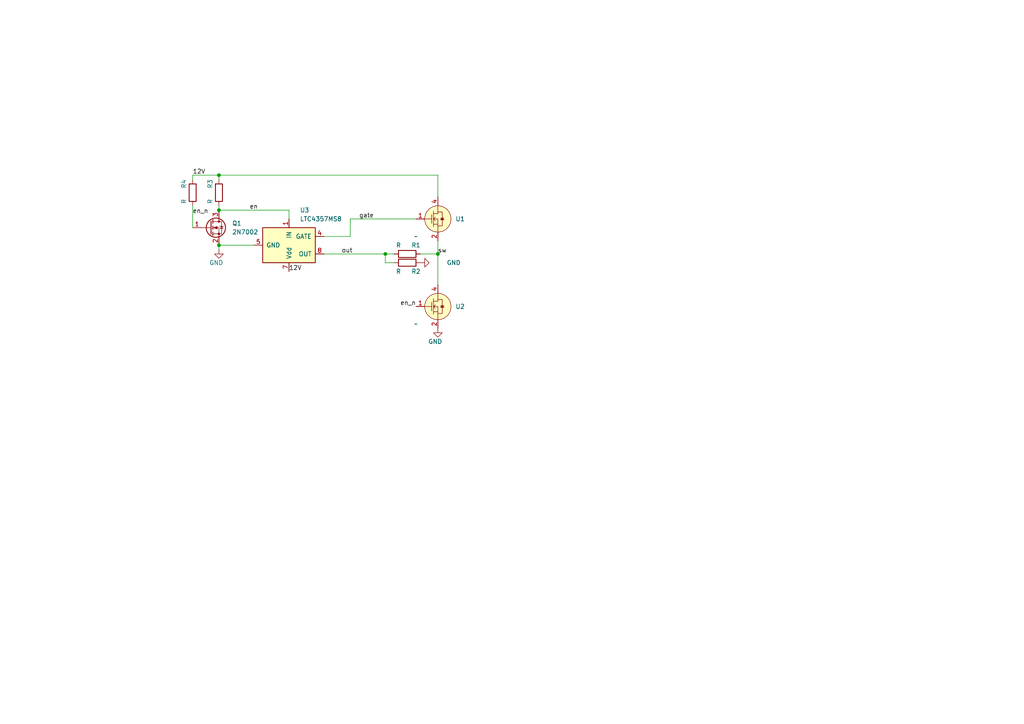
<source format=kicad_sch>
(kicad_sch (version 20230121) (generator eeschema)
  (paper "A4")
  (lib_symbols
    (symbol "Device:R" (pin_numbers hide) (pin_names (offset 0))
      (property "Reference" "R" (at 2.032 0 90))
      (property "Value" "R" (at 0 0 90))
      (symbol "R_0_1"
        (rectangle (start -1.016 -2.54) (end 1.016 2.54) (stroke (width 0.254)))
      )
      (symbol "R_1_1"
        (pin passive line (at 0 3.81 270) (length 1.27) (name "~") (number "1"))
        (pin passive line (at 0 -3.81 90) (length 1.27) (name "~") (number "2"))
      )
    )
    (symbol "Power_Management:LTC4357MS8" (pin_names (offset 1.016))
      (property "Reference" "U" (at 6.35 6.35 0))
      (property "Value" "LTC4357MS8" (at 6.35 -6.35 0))
      (symbol "LTC4357MS8_0_1"
        (rectangle (start -5.08 7.62) (end 5.08 -7.62) (stroke (width 0.254)) (fill (type background)))
      )
      (symbol "LTC4357MS8_1_1"
        (pin input line (at -7.62 0 0) (length 2.54) (name "IN") (number "1"))
        (pin no_connect line (at -5.08 -2.54 0) (length 2.54) hide (name "NC") (number "2"))
        (pin no_connect line (at -5.08 -5.08 0) (length 2.54) hide (name "NC") (number "3"))
        (pin output line (at -2.54 10.16 270) (length 2.54) (name "GATE") (number "4"))
        (pin power_in line (at 0 -10.16 90) (length 2.54) (name "GND") (number "5"))
        (pin no_connect line (at 2.54 -7.62 90) (length 2.54) hide (name "NC") (number "6"))
        (pin power_in line (at 7.62 0 180) (length 2.54) (name "Vdd") (number "7"))
        (pin input line (at 2.54 10.16 270) (length 2.54) (name "OUT") (number "8"))
      )
    )
    (symbol "Transistor_FET:2N7002" (pin_names hide)
      (property "Reference" "Q" (at 5.08 1.905 0))
      (property "Value" "2N7002" (at 5.08 0 0))
      (symbol "2N7002_0_1"
        (polyline (pts (xy 0.254 0) (xy -2.54 0)))
        (polyline (pts (xy 0.254 1.905) (xy 0.254 -1.905)) (stroke (width 0.254)))
        (polyline (pts (xy 0.762 -1.27) (xy 0.762 -2.286)) (stroke (width 0.254)))
        (polyline (pts (xy 0.762 0.508) (xy 0.762 -0.508)) (stroke (width 0.254)))
        (polyline (pts (xy 0.762 2.286) (xy 0.762 1.27)) (stroke (width 0.254)))
        (polyline (pts (xy 2.54 2.54) (xy 2.54 1.778)))
        (polyline (pts (xy 2.54 -2.54) (xy 2.54 0) (xy 0.762 0)))
        (polyline (pts (xy 0.762 -1.778) (xy 3.302 -1.778) (xy 3.302 1.778) (xy 0.762 1.778)))
        (polyline (pts (xy 1.016 0) (xy 2.032 0.381) (xy 2.032 -0.381) (xy 1.016 0)) (fill (type outline)))
        (polyline (pts (xy 2.794 0.508) (xy 2.921 0.381) (xy 3.683 0.381) (xy 3.81 0.254)))
        (polyline (pts (xy 3.302 0.381) (xy 2.921 -0.254) (xy 3.683 -0.254) (xy 3.302 0.381)))
        (circle (center 1.651 0) (radius 2.794) (stroke (width 0.254)))
        (circle (center 2.54 -1.778) (radius 0.254) (fill (type outline)))
        (circle (center 2.54 1.778) (radius 0.254) (fill (type outline)))
      )
      (symbol "2N7002_1_1"
        (pin input line (at -5.08 0 0) (length 2.54) (name "G") (number "1"))
        (pin passive line (at 2.54 -5.08 90) (length 2.54) (name "S") (number "2"))
        (pin passive line (at 2.54 5.08 270) (length 2.54) (name "D") (number "3"))
      )
    )
    (symbol "my parts:IPB032N10N5"
      (property "Reference" "U" (at 0 0 0))
      (symbol "IPB032N10N5_0_1"
        (polyline (pts (xy 4.572 6.35) (xy 4.572 3.81)))
        (polyline (pts (xy 5.08 7.366) (xy 5.08 2.794)))
        (polyline (pts (xy 6.35 3.556) (xy 5.08 3.556)))
        (polyline (pts (xy 6.35 6.604) (xy 5.08 6.604)))
        (polyline (pts (xy 6.35 6.604) (xy 6.35 8.89)))
        (polyline (pts (xy 2.54 5.08) (xy 4.318 5.08) (xy 4.572 5.08)))
        (polyline (pts (xy 7.62 5.334) (xy 7.62 7.112) (xy 6.35 7.112)))
        (polyline (pts (xy 8.128 5.334) (xy 7.112 5.334) (xy 7.62 5.334)))
        (polyline (pts (xy 6.35 1.27) (xy 6.35 5.08) (xy 5.08 5.08) (xy 5.588 5.588) (xy 5.08 5.08) (xy 5.588 4.572)))
        (polyline (pts (xy 6.35 3.048) (xy 7.62 3.048) (xy 7.62 4.826) (xy 8.128 4.826) (xy 7.62 5.334) (xy 7.112 4.826) (xy 7.62 4.826) (xy 7.62 5.334) (xy 7.874 5.08) (xy 7.62 4.826) (xy 7.366 5.08) (xy 7.366 4.826) (xy 7.874 4.826) (xy 7.874 5.08) (xy 7.366 5.08)))
      )
      (symbol "IPB032N10N5_1_1"
        (circle (center 6.35 5.08) (radius 3.81) (fill (type background)))
        (pin input line (at 0 5.08 0) (length 2.54) (name "") (number "1"))
        (pin input line (at 6.35 -1.27 90) (length 2.54) (name "") (number "2"))
        (pin input line (at 6.35 -1.27 90) (length 2.54) hide (name "") (number "3"))
        (pin input line (at 6.35 11.43 270) (length 2.54) (name "") (number "4"))
        (pin input line (at 6.35 -1.27 90) (length 2.54) hide (name "") (number "5"))
        (pin input line (at 6.35 -1.27 90) (length 2.54) hide (name "") (number "6"))
        (pin input line (at 6.35 -1.27 90) (length 2.54) hide (name "") (number "7"))
      )
    )
    (symbol "power:GND" (power) (pin_names (offset 0))
      (property "Value" "GND" (at 0 -3.81 0))
      (symbol "GND_0_1"
        (polyline (pts (xy 0 0) (xy 0 -1.27) (xy 1.27 -1.27) (xy 0 -2.54) (xy -1.27 -1.27) (xy 0 -1.27)))
      )
      (symbol "GND_1_1"
        (pin power_in line (at 0 0 270) (length 0) hide (name "GND") (number "1"))
      )
    )
  )
  (junction (at 127 73.66))
  (junction (at 63.5 71.12))
  (junction (at 63.5 60.96))
  (junction (at 111.76 73.66))
  (junction (at 63.5 50.8))
  (wire (pts (xy 127 69.85) (xy 127 73.66)))
  (wire (pts (xy 63.5 50.8) (xy 63.5 52.07)))
  (wire (pts (xy 83.82 60.96) (xy 83.82 63.5)))
  (wire (pts (xy 55.88 50.8) (xy 55.88 52.07)))
  (wire (pts (xy 101.6 63.5) (xy 120.65 63.5)))
  (wire (pts (xy 121.92 73.66) (xy 127 73.66)))
  (wire (pts (xy 93.98 68.58) (xy 101.6 68.58)))
  (wire (pts (xy 111.76 73.66) (xy 111.76 76.2)))
  (wire (pts (xy 93.98 73.66) (xy 111.76 73.66)))
  (wire (pts (xy 127 57.15) (xy 127 50.8)))
  (wire (pts (xy 63.5 59.69) (xy 63.5 60.96)))
  (wire (pts (xy 101.6 68.58) (xy 101.6 63.5)))
  (wire (pts (xy 111.76 73.66) (xy 114.3 73.66)))
  (wire (pts (xy 55.88 59.69) (xy 55.88 66.04)))
  (wire (pts (xy 63.5 50.8) (xy 127 50.8)))
  (wire (pts (xy 63.5 60.96) (xy 83.82 60.96)))
  (wire (pts (xy 63.5 50.8) (xy 55.88 50.8)))
  (wire (pts (xy 63.5 71.12) (xy 73.66 71.12)))
  (wire (pts (xy 63.5 72.39) (xy 63.5 71.12)))
  (wire (pts (xy 114.3 76.2) (xy 111.76 76.2)))
  (wire (pts (xy 127 73.66) (xy 127 82.55)))
  (label "out" (at 99.06 73.66 0))
  (label "en_n" (at 55.88 62.23 0))
  (label "gate" (at 104.14 63.5 0))
  (label "sw" (at 127 73.66 0))
  (label "12V" (at 83.82 78.74 0))
  (label "12V" (at 55.88 50.8 0))
  (label "en" (at 72.39 60.96 0))
  (label "en_n" (at 120.65 88.9 180))
  (symbol (lib_id "my parts:IPB032N10N5") (at 120.65 68.58 0) (unit 1)
    (property "Reference" "U1" (at 132.08 63.5 0) (effects (justify left)))
    (property "Value" "~" (at 120.65 68.58 0))
    (property "Footprint" "Package_TO_SOT_SMD:TO-263-6" (effects hide))
  )
  (symbol (lib_id "Device:R") (at 118.11 76.2 270) (unit 1)
    (property "Reference" "R2" (at 120.65 78.74 90))
    (property "Value" "R" (at 115.57 78.74 90))
    (property "Footprint" "Resistor_SMD:R_0603_1608Metric_Pad0.98x0.95mm_HandSolder" (effects hide))
  )
  (symbol (lib_id "Power_Management:LTC4357MS8") (at 83.82 71.12 270) (unit 1)
    (property "Reference" "U3" (at 86.9697 60.96 90) (effects (justify left)))
    (property "Value" "LTC4357MS8" (at 86.9697 63.5 90) (effects (justify left)))
    (property "Footprint" "Package_SO:MSOP-8_3x3mm_P0.65mm" (effects hide))
    (property "Datasheet" "https://www.analog.com/media/en/technical-documentation/data-sheets/4357fd.pdf" (effects hide))
  )
  (symbol (lib_id "power:GND") (at 63.5 72.39 0) (unit 1)
    (property "Reference" "#PWR04" (effects hide))
    (property "Value" "GND" (at 64.77 76.2 0) (effects (justify right)))
  )
  (symbol (lib_id "Device:R") (at 63.5 55.88 180) (unit 1)
    (property "Reference" "R3" (at 60.96 53.34 90))
    (property "Value" "R" (at 60.96 58.42 90))
    (property "Footprint" "Resistor_SMD:R_0603_1608Metric_Pad0.98x0.95mm_HandSolder" (effects hide))
  )
  (symbol (lib_id "Device:R") (at 118.11 73.66 90) (unit 1)
    (property "Reference" "R1" (at 120.65 71.12 90))
    (property "Value" "R" (at 115.57 71.12 90))
    (property "Footprint" "Resistor_SMD:R_0603_1608Metric_Pad0.98x0.95mm_HandSolder" (effects hide))
  )
  (symbol (lib_id "Transistor_FET:2N7002") (at 60.96 66.04 0) (unit 1)
    (property "Reference" "Q1" (at 67.31 64.77 0) (effects (justify left)))
    (property "Value" "2N7002" (at 67.31 67.31 0) (effects (justify left)))
    (property "Footprint" "Package_TO_SOT_SMD:SOT-23" (effects hide))
    (property "Datasheet" "https://www.onsemi.com/pub/Collateral/NDS7002A-D.PDF" (effects hide))
  )
  (symbol (lib_id "power:GND") (at 127 95.25 0) (unit 1)
    (property "Reference" "#PWR03" (effects hide))
    (property "Value" "GND" (at 128.27 99.06 0) (effects (justify right)))
  )
  (symbol (lib_id "my parts:IPB032N10N5") (at 120.65 93.98 0) (unit 1)
    (property "Reference" "U2" (at 132.08 88.9 0) (effects (justify left)))
    (property "Value" "~" (at 120.65 93.98 0))
    (property "Footprint" "Package_TO_SOT_SMD:TO-263-6" (effects hide))
  )
  (symbol (lib_id "Device:R") (at 55.88 55.88 180) (unit 1)
    (property "Reference" "R4" (at 53.34 53.34 90))
    (property "Value" "R" (at 53.34 58.42 90))
    (property "Footprint" "Resistor_SMD:R_0603_1608Metric_Pad0.98x0.95mm_HandSolder" (effects hide))
  )
  (symbol (lib_id "power:GND") (at 121.92 76.2 90) (unit 1)
    (property "Reference" "#PWR01" (effects hide))
    (property "Value" "GND" (at 129.54 76.2 90) (effects (justify right)))
  )
)
</source>
